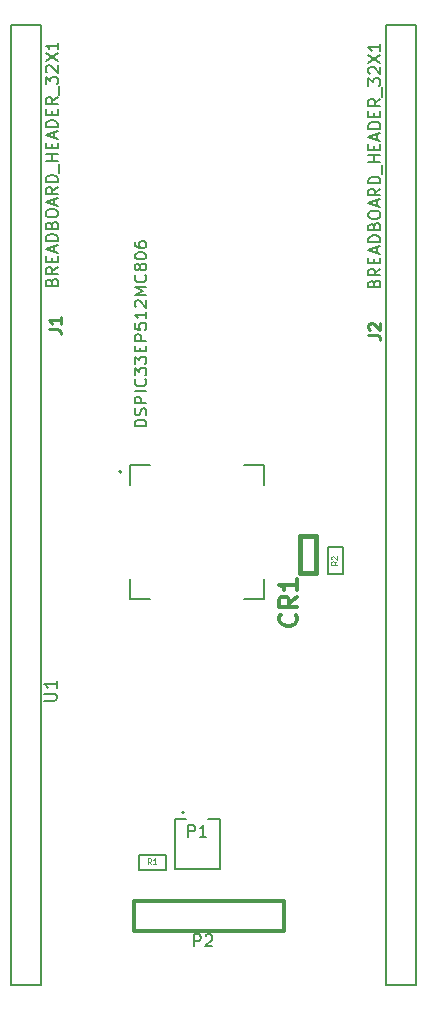
<source format=gto>
G04 (created by PCBNEW (2013-05-31 BZR 4019)-stable) date 7/10/2013 3:54:15 PM*
%MOIN*%
G04 Gerber Fmt 3.4, Leading zero omitted, Abs format*
%FSLAX34Y34*%
G01*
G70*
G90*
G04 APERTURE LIST*
%ADD10C,0.00590551*%
%ADD11C,0.005*%
%ADD12C,0.012*%
%ADD13C,0.015*%
%ADD14C,0.006*%
%ADD15C,0.0045*%
%ADD16C,0.008*%
%ADD17C,0.01*%
%ADD18C,0.0108*%
G04 APERTURE END LIST*
G54D10*
X23780Y-20442D02*
G75*
G03X23780Y-20442I-39J0D01*
G74*
G01*
X24646Y-20205D02*
X24725Y-20205D01*
X24055Y-20796D02*
X24055Y-20875D01*
X24055Y-24064D02*
X24055Y-24024D01*
X24685Y-24694D02*
X24725Y-24694D01*
X27953Y-24694D02*
X27874Y-24694D01*
X28544Y-24103D02*
X28544Y-24024D01*
X28544Y-20796D02*
X28544Y-20875D01*
X27953Y-20205D02*
X27874Y-20205D01*
X24646Y-20205D02*
X24055Y-20205D01*
X24055Y-20205D02*
X24055Y-20796D01*
X28544Y-20796D02*
X28544Y-20205D01*
X28544Y-20205D02*
X27953Y-20205D01*
X27953Y-24694D02*
X28544Y-24694D01*
X28544Y-24694D02*
X28544Y-24103D01*
X24055Y-24064D02*
X24055Y-24694D01*
X24055Y-24694D02*
X24685Y-24694D01*
G54D11*
X25250Y-33700D02*
X24350Y-33700D01*
X24350Y-33700D02*
X24350Y-33200D01*
X24350Y-33200D02*
X25250Y-33200D01*
X25250Y-33200D02*
X25250Y-33700D01*
X30650Y-23850D02*
X30650Y-22950D01*
X30650Y-22950D02*
X31150Y-22950D01*
X31150Y-22950D02*
X31150Y-23850D01*
X31150Y-23850D02*
X30650Y-23850D01*
G54D12*
X24200Y-34750D02*
X24200Y-35750D01*
X29200Y-35750D02*
X29200Y-34750D01*
X24200Y-34750D02*
X29200Y-34750D01*
X29200Y-35750D02*
X24200Y-35750D01*
G54D10*
X25866Y-31801D02*
G75*
G03X25866Y-31801I-39J0D01*
G74*
G01*
X26654Y-31998D02*
X27048Y-31998D01*
X27048Y-31998D02*
X27048Y-33691D01*
X27048Y-33691D02*
X25748Y-33691D01*
X25748Y-33691D02*
X25551Y-33691D01*
X25551Y-33691D02*
X25551Y-31998D01*
X25551Y-31998D02*
X25945Y-31998D01*
G54D13*
X30256Y-23200D02*
X30256Y-23830D01*
X30256Y-23830D02*
X29744Y-23830D01*
X29744Y-23830D02*
X29744Y-22570D01*
X29744Y-22570D02*
X30256Y-22570D01*
X30256Y-22570D02*
X30256Y-23200D01*
G54D10*
X21100Y-5550D02*
X21100Y-37550D01*
X21100Y-37550D02*
X20100Y-37550D01*
X20100Y-37550D02*
X20100Y-5550D01*
X21100Y-5550D02*
X20100Y-5550D01*
X32600Y-37550D02*
X33600Y-37550D01*
X33600Y-37550D02*
X33600Y-5550D01*
X33600Y-5550D02*
X32600Y-5550D01*
X32600Y-5550D02*
X32600Y-37550D01*
G54D11*
X21192Y-28079D02*
X21542Y-28079D01*
X21584Y-28059D01*
X21604Y-28038D01*
X21625Y-27997D01*
X21625Y-27914D01*
X21604Y-27873D01*
X21584Y-27853D01*
X21542Y-27832D01*
X21192Y-27832D01*
X21625Y-27399D02*
X21625Y-27646D01*
X21625Y-27523D02*
X21192Y-27523D01*
X21254Y-27564D01*
X21295Y-27605D01*
X21315Y-27646D01*
G54D14*
X24609Y-18926D02*
X24215Y-18926D01*
X24215Y-18833D01*
X24234Y-18776D01*
X24271Y-18739D01*
X24309Y-18720D01*
X24384Y-18701D01*
X24440Y-18701D01*
X24515Y-18720D01*
X24553Y-18739D01*
X24590Y-18776D01*
X24609Y-18833D01*
X24609Y-18926D01*
X24590Y-18551D02*
X24609Y-18495D01*
X24609Y-18401D01*
X24590Y-18364D01*
X24571Y-18345D01*
X24534Y-18326D01*
X24496Y-18326D01*
X24459Y-18345D01*
X24440Y-18364D01*
X24421Y-18401D01*
X24403Y-18476D01*
X24384Y-18514D01*
X24365Y-18532D01*
X24328Y-18551D01*
X24290Y-18551D01*
X24253Y-18532D01*
X24234Y-18514D01*
X24215Y-18476D01*
X24215Y-18382D01*
X24234Y-18326D01*
X24609Y-18157D02*
X24215Y-18157D01*
X24215Y-18007D01*
X24234Y-17970D01*
X24253Y-17951D01*
X24290Y-17932D01*
X24346Y-17932D01*
X24384Y-17951D01*
X24403Y-17970D01*
X24421Y-18007D01*
X24421Y-18157D01*
X24609Y-17763D02*
X24215Y-17763D01*
X24571Y-17350D02*
X24590Y-17369D01*
X24609Y-17426D01*
X24609Y-17463D01*
X24590Y-17519D01*
X24553Y-17557D01*
X24515Y-17576D01*
X24440Y-17594D01*
X24384Y-17594D01*
X24309Y-17576D01*
X24271Y-17557D01*
X24234Y-17519D01*
X24215Y-17463D01*
X24215Y-17426D01*
X24234Y-17369D01*
X24253Y-17350D01*
X24215Y-17219D02*
X24215Y-16975D01*
X24365Y-17107D01*
X24365Y-17050D01*
X24384Y-17013D01*
X24403Y-16994D01*
X24440Y-16975D01*
X24534Y-16975D01*
X24571Y-16994D01*
X24590Y-17013D01*
X24609Y-17050D01*
X24609Y-17163D01*
X24590Y-17200D01*
X24571Y-17219D01*
X24215Y-16844D02*
X24215Y-16600D01*
X24365Y-16731D01*
X24365Y-16675D01*
X24384Y-16638D01*
X24403Y-16619D01*
X24440Y-16600D01*
X24534Y-16600D01*
X24571Y-16619D01*
X24590Y-16638D01*
X24609Y-16675D01*
X24609Y-16788D01*
X24590Y-16825D01*
X24571Y-16844D01*
X24403Y-16431D02*
X24403Y-16300D01*
X24609Y-16244D02*
X24609Y-16431D01*
X24215Y-16431D01*
X24215Y-16244D01*
X24609Y-16075D02*
X24215Y-16075D01*
X24215Y-15925D01*
X24234Y-15887D01*
X24253Y-15868D01*
X24290Y-15850D01*
X24346Y-15850D01*
X24384Y-15868D01*
X24403Y-15887D01*
X24421Y-15925D01*
X24421Y-16075D01*
X24215Y-15493D02*
X24215Y-15681D01*
X24403Y-15699D01*
X24384Y-15681D01*
X24365Y-15643D01*
X24365Y-15549D01*
X24384Y-15512D01*
X24403Y-15493D01*
X24440Y-15474D01*
X24534Y-15474D01*
X24571Y-15493D01*
X24590Y-15512D01*
X24609Y-15549D01*
X24609Y-15643D01*
X24590Y-15681D01*
X24571Y-15699D01*
X24609Y-15099D02*
X24609Y-15324D01*
X24609Y-15212D02*
X24215Y-15212D01*
X24271Y-15249D01*
X24309Y-15287D01*
X24328Y-15324D01*
X24253Y-14949D02*
X24234Y-14930D01*
X24215Y-14893D01*
X24215Y-14799D01*
X24234Y-14761D01*
X24253Y-14743D01*
X24290Y-14724D01*
X24328Y-14724D01*
X24384Y-14743D01*
X24609Y-14968D01*
X24609Y-14724D01*
X24609Y-14555D02*
X24215Y-14555D01*
X24496Y-14424D01*
X24215Y-14292D01*
X24609Y-14292D01*
X24571Y-13879D02*
X24590Y-13898D01*
X24609Y-13955D01*
X24609Y-13992D01*
X24590Y-14048D01*
X24553Y-14086D01*
X24515Y-14105D01*
X24440Y-14123D01*
X24384Y-14123D01*
X24309Y-14105D01*
X24271Y-14086D01*
X24234Y-14048D01*
X24215Y-13992D01*
X24215Y-13955D01*
X24234Y-13898D01*
X24253Y-13879D01*
X24384Y-13654D02*
X24365Y-13692D01*
X24346Y-13711D01*
X24309Y-13729D01*
X24290Y-13729D01*
X24253Y-13711D01*
X24234Y-13692D01*
X24215Y-13654D01*
X24215Y-13579D01*
X24234Y-13542D01*
X24253Y-13523D01*
X24290Y-13504D01*
X24309Y-13504D01*
X24346Y-13523D01*
X24365Y-13542D01*
X24384Y-13579D01*
X24384Y-13654D01*
X24403Y-13692D01*
X24421Y-13711D01*
X24459Y-13729D01*
X24534Y-13729D01*
X24571Y-13711D01*
X24590Y-13692D01*
X24609Y-13654D01*
X24609Y-13579D01*
X24590Y-13542D01*
X24571Y-13523D01*
X24534Y-13504D01*
X24459Y-13504D01*
X24421Y-13523D01*
X24403Y-13542D01*
X24384Y-13579D01*
X24215Y-13260D02*
X24215Y-13223D01*
X24234Y-13185D01*
X24253Y-13167D01*
X24290Y-13148D01*
X24365Y-13129D01*
X24459Y-13129D01*
X24534Y-13148D01*
X24571Y-13167D01*
X24590Y-13185D01*
X24609Y-13223D01*
X24609Y-13260D01*
X24590Y-13298D01*
X24571Y-13317D01*
X24534Y-13335D01*
X24459Y-13354D01*
X24365Y-13354D01*
X24290Y-13335D01*
X24253Y-13317D01*
X24234Y-13298D01*
X24215Y-13260D01*
X24215Y-12791D02*
X24215Y-12866D01*
X24234Y-12904D01*
X24253Y-12923D01*
X24309Y-12960D01*
X24384Y-12979D01*
X24534Y-12979D01*
X24571Y-12960D01*
X24590Y-12941D01*
X24609Y-12904D01*
X24609Y-12829D01*
X24590Y-12791D01*
X24571Y-12773D01*
X24534Y-12754D01*
X24440Y-12754D01*
X24403Y-12773D01*
X24384Y-12791D01*
X24365Y-12829D01*
X24365Y-12904D01*
X24384Y-12941D01*
X24403Y-12960D01*
X24440Y-12979D01*
G54D15*
X24770Y-33530D02*
X24710Y-33435D01*
X24667Y-33530D02*
X24667Y-33330D01*
X24735Y-33330D01*
X24752Y-33340D01*
X24761Y-33350D01*
X24770Y-33369D01*
X24770Y-33397D01*
X24761Y-33416D01*
X24752Y-33426D01*
X24735Y-33435D01*
X24667Y-33435D01*
X24941Y-33530D02*
X24838Y-33530D01*
X24890Y-33530D02*
X24890Y-33330D01*
X24872Y-33359D01*
X24855Y-33378D01*
X24838Y-33388D01*
X30980Y-23430D02*
X30885Y-23490D01*
X30980Y-23532D02*
X30780Y-23532D01*
X30780Y-23464D01*
X30790Y-23447D01*
X30800Y-23438D01*
X30819Y-23430D01*
X30847Y-23430D01*
X30866Y-23438D01*
X30876Y-23447D01*
X30885Y-23464D01*
X30885Y-23532D01*
X30800Y-23361D02*
X30790Y-23352D01*
X30780Y-23335D01*
X30780Y-23292D01*
X30790Y-23275D01*
X30800Y-23267D01*
X30819Y-23258D01*
X30838Y-23258D01*
X30866Y-23267D01*
X30980Y-23370D01*
X30980Y-23258D01*
G54D16*
X26204Y-36261D02*
X26204Y-35861D01*
X26357Y-35861D01*
X26395Y-35880D01*
X26414Y-35900D01*
X26433Y-35938D01*
X26433Y-35995D01*
X26414Y-36033D01*
X26395Y-36052D01*
X26357Y-36071D01*
X26204Y-36071D01*
X26585Y-35900D02*
X26604Y-35880D01*
X26642Y-35861D01*
X26738Y-35861D01*
X26776Y-35880D01*
X26795Y-35900D01*
X26814Y-35938D01*
X26814Y-35976D01*
X26795Y-36033D01*
X26566Y-36261D01*
X26814Y-36261D01*
G54D10*
X26009Y-32609D02*
X26009Y-32215D01*
X26159Y-32215D01*
X26196Y-32234D01*
X26215Y-32253D01*
X26234Y-32290D01*
X26234Y-32346D01*
X26215Y-32384D01*
X26196Y-32403D01*
X26159Y-32421D01*
X26009Y-32421D01*
X26609Y-32609D02*
X26384Y-32609D01*
X26496Y-32609D02*
X26496Y-32215D01*
X26459Y-32271D01*
X26421Y-32309D01*
X26384Y-32328D01*
G54D12*
X29585Y-25200D02*
X29614Y-25228D01*
X29642Y-25314D01*
X29642Y-25371D01*
X29614Y-25457D01*
X29557Y-25514D01*
X29500Y-25542D01*
X29385Y-25571D01*
X29300Y-25571D01*
X29185Y-25542D01*
X29128Y-25514D01*
X29071Y-25457D01*
X29042Y-25371D01*
X29042Y-25314D01*
X29071Y-25228D01*
X29100Y-25200D01*
X29642Y-24600D02*
X29357Y-24800D01*
X29642Y-24942D02*
X29042Y-24942D01*
X29042Y-24714D01*
X29071Y-24657D01*
X29100Y-24628D01*
X29157Y-24600D01*
X29242Y-24600D01*
X29300Y-24628D01*
X29328Y-24657D01*
X29357Y-24714D01*
X29357Y-24942D01*
X29642Y-24028D02*
X29642Y-24371D01*
X29642Y-24200D02*
X29042Y-24200D01*
X29128Y-24257D01*
X29185Y-24314D01*
X29214Y-24371D01*
G54D17*
X21361Y-15683D02*
X21647Y-15683D01*
X21704Y-15702D01*
X21742Y-15740D01*
X21761Y-15797D01*
X21761Y-15835D01*
X21761Y-15283D02*
X21761Y-15511D01*
X21761Y-15397D02*
X21361Y-15397D01*
X21419Y-15435D01*
X21457Y-15473D01*
X21476Y-15511D01*
G54D18*
G54D16*
X21452Y-14114D02*
X21471Y-14057D01*
X21490Y-14038D01*
X21528Y-14019D01*
X21585Y-14019D01*
X21623Y-14038D01*
X21642Y-14057D01*
X21661Y-14095D01*
X21661Y-14247D01*
X21261Y-14247D01*
X21261Y-14114D01*
X21280Y-14076D01*
X21300Y-14057D01*
X21338Y-14038D01*
X21376Y-14038D01*
X21414Y-14057D01*
X21433Y-14076D01*
X21452Y-14114D01*
X21452Y-14247D01*
X21661Y-13619D02*
X21471Y-13752D01*
X21661Y-13847D02*
X21261Y-13847D01*
X21261Y-13695D01*
X21280Y-13657D01*
X21300Y-13638D01*
X21338Y-13619D01*
X21395Y-13619D01*
X21433Y-13638D01*
X21452Y-13657D01*
X21471Y-13695D01*
X21471Y-13847D01*
X21452Y-13447D02*
X21452Y-13314D01*
X21661Y-13257D02*
X21661Y-13447D01*
X21261Y-13447D01*
X21261Y-13257D01*
X21547Y-13104D02*
X21547Y-12914D01*
X21661Y-13142D02*
X21261Y-13009D01*
X21661Y-12876D01*
X21661Y-12742D02*
X21261Y-12742D01*
X21261Y-12647D01*
X21280Y-12590D01*
X21319Y-12552D01*
X21357Y-12533D01*
X21433Y-12514D01*
X21490Y-12514D01*
X21566Y-12533D01*
X21604Y-12552D01*
X21642Y-12590D01*
X21661Y-12647D01*
X21661Y-12742D01*
X21452Y-12209D02*
X21471Y-12152D01*
X21490Y-12133D01*
X21528Y-12114D01*
X21585Y-12114D01*
X21623Y-12133D01*
X21642Y-12152D01*
X21661Y-12190D01*
X21661Y-12342D01*
X21261Y-12342D01*
X21261Y-12209D01*
X21280Y-12171D01*
X21300Y-12152D01*
X21338Y-12133D01*
X21376Y-12133D01*
X21414Y-12152D01*
X21433Y-12171D01*
X21452Y-12209D01*
X21452Y-12342D01*
X21261Y-11866D02*
X21261Y-11790D01*
X21280Y-11752D01*
X21319Y-11714D01*
X21395Y-11695D01*
X21528Y-11695D01*
X21604Y-11714D01*
X21642Y-11752D01*
X21661Y-11790D01*
X21661Y-11866D01*
X21642Y-11904D01*
X21604Y-11942D01*
X21528Y-11961D01*
X21395Y-11961D01*
X21319Y-11942D01*
X21280Y-11904D01*
X21261Y-11866D01*
X21547Y-11542D02*
X21547Y-11352D01*
X21661Y-11580D02*
X21261Y-11447D01*
X21661Y-11314D01*
X21661Y-10952D02*
X21471Y-11085D01*
X21661Y-11180D02*
X21261Y-11180D01*
X21261Y-11028D01*
X21280Y-10990D01*
X21300Y-10971D01*
X21338Y-10952D01*
X21395Y-10952D01*
X21433Y-10971D01*
X21452Y-10990D01*
X21471Y-11028D01*
X21471Y-11180D01*
X21661Y-10780D02*
X21261Y-10780D01*
X21261Y-10685D01*
X21280Y-10628D01*
X21319Y-10590D01*
X21357Y-10571D01*
X21433Y-10552D01*
X21490Y-10552D01*
X21566Y-10571D01*
X21604Y-10590D01*
X21642Y-10628D01*
X21661Y-10685D01*
X21661Y-10780D01*
X21700Y-10476D02*
X21700Y-10171D01*
X21661Y-10076D02*
X21261Y-10076D01*
X21452Y-10076D02*
X21452Y-9847D01*
X21661Y-9847D02*
X21261Y-9847D01*
X21452Y-9657D02*
X21452Y-9523D01*
X21661Y-9466D02*
X21661Y-9657D01*
X21261Y-9657D01*
X21261Y-9466D01*
X21547Y-9314D02*
X21547Y-9123D01*
X21661Y-9352D02*
X21261Y-9219D01*
X21661Y-9085D01*
X21661Y-8952D02*
X21261Y-8952D01*
X21261Y-8857D01*
X21280Y-8800D01*
X21319Y-8761D01*
X21357Y-8742D01*
X21433Y-8723D01*
X21490Y-8723D01*
X21566Y-8742D01*
X21604Y-8761D01*
X21642Y-8800D01*
X21661Y-8857D01*
X21661Y-8952D01*
X21452Y-8552D02*
X21452Y-8419D01*
X21661Y-8361D02*
X21661Y-8552D01*
X21261Y-8552D01*
X21261Y-8361D01*
X21661Y-7961D02*
X21471Y-8095D01*
X21661Y-8190D02*
X21261Y-8190D01*
X21261Y-8038D01*
X21280Y-8000D01*
X21300Y-7980D01*
X21338Y-7961D01*
X21395Y-7961D01*
X21433Y-7980D01*
X21452Y-8000D01*
X21471Y-8038D01*
X21471Y-8190D01*
X21700Y-7885D02*
X21700Y-7580D01*
X21261Y-7523D02*
X21261Y-7276D01*
X21414Y-7409D01*
X21414Y-7352D01*
X21433Y-7314D01*
X21452Y-7295D01*
X21490Y-7276D01*
X21585Y-7276D01*
X21623Y-7295D01*
X21642Y-7314D01*
X21661Y-7352D01*
X21661Y-7466D01*
X21642Y-7504D01*
X21623Y-7523D01*
X21300Y-7123D02*
X21280Y-7104D01*
X21261Y-7066D01*
X21261Y-6971D01*
X21280Y-6933D01*
X21300Y-6914D01*
X21338Y-6895D01*
X21376Y-6895D01*
X21433Y-6914D01*
X21661Y-7142D01*
X21661Y-6895D01*
X21261Y-6761D02*
X21661Y-6495D01*
X21261Y-6495D02*
X21661Y-6761D01*
X21661Y-6133D02*
X21661Y-6361D01*
X21661Y-6247D02*
X21261Y-6247D01*
X21319Y-6285D01*
X21357Y-6323D01*
X21376Y-6361D01*
G54D17*
X32011Y-15883D02*
X32297Y-15883D01*
X32354Y-15902D01*
X32392Y-15940D01*
X32411Y-15997D01*
X32411Y-16035D01*
X32050Y-15711D02*
X32030Y-15692D01*
X32011Y-15654D01*
X32011Y-15559D01*
X32030Y-15521D01*
X32050Y-15502D01*
X32088Y-15483D01*
X32126Y-15483D01*
X32183Y-15502D01*
X32411Y-15730D01*
X32411Y-15483D01*
G54D16*
X32202Y-14164D02*
X32221Y-14107D01*
X32240Y-14088D01*
X32278Y-14069D01*
X32335Y-14069D01*
X32373Y-14088D01*
X32392Y-14107D01*
X32411Y-14145D01*
X32411Y-14297D01*
X32011Y-14297D01*
X32011Y-14164D01*
X32030Y-14126D01*
X32050Y-14107D01*
X32088Y-14088D01*
X32126Y-14088D01*
X32164Y-14107D01*
X32183Y-14126D01*
X32202Y-14164D01*
X32202Y-14297D01*
X32411Y-13669D02*
X32221Y-13802D01*
X32411Y-13897D02*
X32011Y-13897D01*
X32011Y-13745D01*
X32030Y-13707D01*
X32050Y-13688D01*
X32088Y-13669D01*
X32145Y-13669D01*
X32183Y-13688D01*
X32202Y-13707D01*
X32221Y-13745D01*
X32221Y-13897D01*
X32202Y-13497D02*
X32202Y-13364D01*
X32411Y-13307D02*
X32411Y-13497D01*
X32011Y-13497D01*
X32011Y-13307D01*
X32297Y-13154D02*
X32297Y-12964D01*
X32411Y-13192D02*
X32011Y-13059D01*
X32411Y-12926D01*
X32411Y-12792D02*
X32011Y-12792D01*
X32011Y-12697D01*
X32030Y-12640D01*
X32069Y-12602D01*
X32107Y-12583D01*
X32183Y-12564D01*
X32240Y-12564D01*
X32316Y-12583D01*
X32354Y-12602D01*
X32392Y-12640D01*
X32411Y-12697D01*
X32411Y-12792D01*
X32202Y-12259D02*
X32221Y-12202D01*
X32240Y-12183D01*
X32278Y-12164D01*
X32335Y-12164D01*
X32373Y-12183D01*
X32392Y-12202D01*
X32411Y-12240D01*
X32411Y-12392D01*
X32011Y-12392D01*
X32011Y-12259D01*
X32030Y-12221D01*
X32050Y-12202D01*
X32088Y-12183D01*
X32126Y-12183D01*
X32164Y-12202D01*
X32183Y-12221D01*
X32202Y-12259D01*
X32202Y-12392D01*
X32011Y-11916D02*
X32011Y-11840D01*
X32030Y-11802D01*
X32069Y-11764D01*
X32145Y-11745D01*
X32278Y-11745D01*
X32354Y-11764D01*
X32392Y-11802D01*
X32411Y-11840D01*
X32411Y-11916D01*
X32392Y-11954D01*
X32354Y-11992D01*
X32278Y-12011D01*
X32145Y-12011D01*
X32069Y-11992D01*
X32030Y-11954D01*
X32011Y-11916D01*
X32297Y-11592D02*
X32297Y-11402D01*
X32411Y-11630D02*
X32011Y-11497D01*
X32411Y-11364D01*
X32411Y-11002D02*
X32221Y-11135D01*
X32411Y-11230D02*
X32011Y-11230D01*
X32011Y-11078D01*
X32030Y-11040D01*
X32050Y-11021D01*
X32088Y-11002D01*
X32145Y-11002D01*
X32183Y-11021D01*
X32202Y-11040D01*
X32221Y-11078D01*
X32221Y-11230D01*
X32411Y-10830D02*
X32011Y-10830D01*
X32011Y-10735D01*
X32030Y-10678D01*
X32069Y-10640D01*
X32107Y-10621D01*
X32183Y-10602D01*
X32240Y-10602D01*
X32316Y-10621D01*
X32354Y-10640D01*
X32392Y-10678D01*
X32411Y-10735D01*
X32411Y-10830D01*
X32450Y-10526D02*
X32450Y-10221D01*
X32411Y-10126D02*
X32011Y-10126D01*
X32202Y-10126D02*
X32202Y-9897D01*
X32411Y-9897D02*
X32011Y-9897D01*
X32202Y-9707D02*
X32202Y-9573D01*
X32411Y-9516D02*
X32411Y-9707D01*
X32011Y-9707D01*
X32011Y-9516D01*
X32297Y-9364D02*
X32297Y-9173D01*
X32411Y-9402D02*
X32011Y-9269D01*
X32411Y-9135D01*
X32411Y-9002D02*
X32011Y-9002D01*
X32011Y-8907D01*
X32030Y-8850D01*
X32069Y-8811D01*
X32107Y-8792D01*
X32183Y-8773D01*
X32240Y-8773D01*
X32316Y-8792D01*
X32354Y-8811D01*
X32392Y-8850D01*
X32411Y-8907D01*
X32411Y-9002D01*
X32202Y-8602D02*
X32202Y-8469D01*
X32411Y-8411D02*
X32411Y-8602D01*
X32011Y-8602D01*
X32011Y-8411D01*
X32411Y-8011D02*
X32221Y-8145D01*
X32411Y-8240D02*
X32011Y-8240D01*
X32011Y-8088D01*
X32030Y-8050D01*
X32050Y-8030D01*
X32088Y-8011D01*
X32145Y-8011D01*
X32183Y-8030D01*
X32202Y-8050D01*
X32221Y-8088D01*
X32221Y-8240D01*
X32450Y-7935D02*
X32450Y-7630D01*
X32011Y-7573D02*
X32011Y-7326D01*
X32164Y-7459D01*
X32164Y-7402D01*
X32183Y-7364D01*
X32202Y-7345D01*
X32240Y-7326D01*
X32335Y-7326D01*
X32373Y-7345D01*
X32392Y-7364D01*
X32411Y-7402D01*
X32411Y-7516D01*
X32392Y-7554D01*
X32373Y-7573D01*
X32050Y-7173D02*
X32030Y-7154D01*
X32011Y-7116D01*
X32011Y-7021D01*
X32030Y-6983D01*
X32050Y-6964D01*
X32088Y-6945D01*
X32126Y-6945D01*
X32183Y-6964D01*
X32411Y-7192D01*
X32411Y-6945D01*
X32011Y-6811D02*
X32411Y-6545D01*
X32011Y-6545D02*
X32411Y-6811D01*
X32411Y-6183D02*
X32411Y-6411D01*
X32411Y-6297D02*
X32011Y-6297D01*
X32069Y-6335D01*
X32107Y-6373D01*
X32126Y-6411D01*
M02*

</source>
